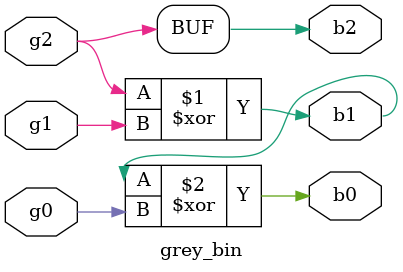
<source format=sv>
module grey_bin(b0,b1,b2,g0,g1,g2);
  input g0,g1,g2;
  output b0,b1,b2;

  xor n1(b1,g2,g1);
  xor n2(b0,b1,g0);
  assign b2=g2;
  
  
 
endmodule

</source>
